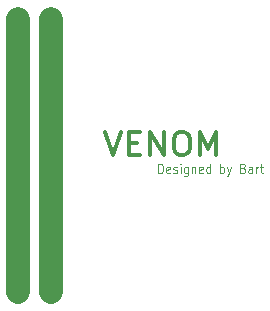
<source format=gbr>
G04 #@! TF.GenerationSoftware,KiCad,Pcbnew,5.1.4-1.fc30*
G04 #@! TF.CreationDate,2020-03-31T08:03:49+02:00*
G04 #@! TF.ProjectId,base,62617365-2e6b-4696-9361-645f70636258,rev?*
G04 #@! TF.SameCoordinates,Original*
G04 #@! TF.FileFunction,Paste,Top*
G04 #@! TF.FilePolarity,Positive*
%FSLAX46Y46*%
G04 Gerber Fmt 4.6, Leading zero omitted, Abs format (unit mm)*
G04 Created by KiCad (PCBNEW 5.1.4-1.fc30) date 2020-03-31 08:03:49*
%MOMM*%
%LPD*%
G04 APERTURE LIST*
%ADD10C,2.000000*%
%ADD11C,0.300000*%
%ADD12C,0.125000*%
G04 APERTURE END LIST*
D10*
X211328000Y-112014000D02*
X211328000Y-135128000D01*
X208534000Y-112014000D02*
X208534000Y-135128000D01*
D11*
X215916476Y-121586761D02*
X216583142Y-123586761D01*
X217249809Y-121586761D01*
X217916476Y-122539142D02*
X218583142Y-122539142D01*
X218868857Y-123586761D02*
X217916476Y-123586761D01*
X217916476Y-121586761D01*
X218868857Y-121586761D01*
X219726000Y-123586761D02*
X219726000Y-121586761D01*
X220868857Y-123586761D01*
X220868857Y-121586761D01*
X222202190Y-121586761D02*
X222583142Y-121586761D01*
X222773619Y-121682000D01*
X222964095Y-121872476D01*
X223059333Y-122253428D01*
X223059333Y-122920095D01*
X222964095Y-123301047D01*
X222773619Y-123491523D01*
X222583142Y-123586761D01*
X222202190Y-123586761D01*
X222011714Y-123491523D01*
X221821238Y-123301047D01*
X221726000Y-122920095D01*
X221726000Y-122253428D01*
X221821238Y-121872476D01*
X222011714Y-121682000D01*
X222202190Y-121586761D01*
X223916476Y-123586761D02*
X223916476Y-121586761D01*
X224583142Y-123015333D01*
X225249809Y-121586761D01*
X225249809Y-123586761D01*
D12*
X220406666Y-125075904D02*
X220406666Y-124275904D01*
X220573333Y-124275904D01*
X220673333Y-124314000D01*
X220740000Y-124390190D01*
X220773333Y-124466380D01*
X220806666Y-124618761D01*
X220806666Y-124733047D01*
X220773333Y-124885428D01*
X220740000Y-124961619D01*
X220673333Y-125037809D01*
X220573333Y-125075904D01*
X220406666Y-125075904D01*
X221373333Y-125037809D02*
X221306666Y-125075904D01*
X221173333Y-125075904D01*
X221106666Y-125037809D01*
X221073333Y-124961619D01*
X221073333Y-124656857D01*
X221106666Y-124580666D01*
X221173333Y-124542571D01*
X221306666Y-124542571D01*
X221373333Y-124580666D01*
X221406666Y-124656857D01*
X221406666Y-124733047D01*
X221073333Y-124809238D01*
X221673333Y-125037809D02*
X221740000Y-125075904D01*
X221873333Y-125075904D01*
X221940000Y-125037809D01*
X221973333Y-124961619D01*
X221973333Y-124923523D01*
X221940000Y-124847333D01*
X221873333Y-124809238D01*
X221773333Y-124809238D01*
X221706666Y-124771142D01*
X221673333Y-124694952D01*
X221673333Y-124656857D01*
X221706666Y-124580666D01*
X221773333Y-124542571D01*
X221873333Y-124542571D01*
X221940000Y-124580666D01*
X222273333Y-125075904D02*
X222273333Y-124542571D01*
X222273333Y-124275904D02*
X222240000Y-124314000D01*
X222273333Y-124352095D01*
X222306666Y-124314000D01*
X222273333Y-124275904D01*
X222273333Y-124352095D01*
X222906666Y-124542571D02*
X222906666Y-125190190D01*
X222873333Y-125266380D01*
X222840000Y-125304476D01*
X222773333Y-125342571D01*
X222673333Y-125342571D01*
X222606666Y-125304476D01*
X222906666Y-125037809D02*
X222840000Y-125075904D01*
X222706666Y-125075904D01*
X222640000Y-125037809D01*
X222606666Y-124999714D01*
X222573333Y-124923523D01*
X222573333Y-124694952D01*
X222606666Y-124618761D01*
X222640000Y-124580666D01*
X222706666Y-124542571D01*
X222840000Y-124542571D01*
X222906666Y-124580666D01*
X223240000Y-124542571D02*
X223240000Y-125075904D01*
X223240000Y-124618761D02*
X223273333Y-124580666D01*
X223340000Y-124542571D01*
X223440000Y-124542571D01*
X223506666Y-124580666D01*
X223540000Y-124656857D01*
X223540000Y-125075904D01*
X224140000Y-125037809D02*
X224073333Y-125075904D01*
X223940000Y-125075904D01*
X223873333Y-125037809D01*
X223840000Y-124961619D01*
X223840000Y-124656857D01*
X223873333Y-124580666D01*
X223940000Y-124542571D01*
X224073333Y-124542571D01*
X224140000Y-124580666D01*
X224173333Y-124656857D01*
X224173333Y-124733047D01*
X223840000Y-124809238D01*
X224773333Y-125075904D02*
X224773333Y-124275904D01*
X224773333Y-125037809D02*
X224706666Y-125075904D01*
X224573333Y-125075904D01*
X224506666Y-125037809D01*
X224473333Y-124999714D01*
X224440000Y-124923523D01*
X224440000Y-124694952D01*
X224473333Y-124618761D01*
X224506666Y-124580666D01*
X224573333Y-124542571D01*
X224706666Y-124542571D01*
X224773333Y-124580666D01*
X225640000Y-125075904D02*
X225640000Y-124275904D01*
X225640000Y-124580666D02*
X225706666Y-124542571D01*
X225840000Y-124542571D01*
X225906666Y-124580666D01*
X225940000Y-124618761D01*
X225973333Y-124694952D01*
X225973333Y-124923523D01*
X225940000Y-124999714D01*
X225906666Y-125037809D01*
X225840000Y-125075904D01*
X225706666Y-125075904D01*
X225640000Y-125037809D01*
X226206666Y-124542571D02*
X226373333Y-125075904D01*
X226540000Y-124542571D02*
X226373333Y-125075904D01*
X226306666Y-125266380D01*
X226273333Y-125304476D01*
X226206666Y-125342571D01*
X227573333Y-124656857D02*
X227673333Y-124694952D01*
X227706666Y-124733047D01*
X227740000Y-124809238D01*
X227740000Y-124923523D01*
X227706666Y-124999714D01*
X227673333Y-125037809D01*
X227606666Y-125075904D01*
X227340000Y-125075904D01*
X227340000Y-124275904D01*
X227573333Y-124275904D01*
X227640000Y-124314000D01*
X227673333Y-124352095D01*
X227706666Y-124428285D01*
X227706666Y-124504476D01*
X227673333Y-124580666D01*
X227640000Y-124618761D01*
X227573333Y-124656857D01*
X227340000Y-124656857D01*
X228340000Y-125075904D02*
X228340000Y-124656857D01*
X228306666Y-124580666D01*
X228240000Y-124542571D01*
X228106666Y-124542571D01*
X228040000Y-124580666D01*
X228340000Y-125037809D02*
X228273333Y-125075904D01*
X228106666Y-125075904D01*
X228040000Y-125037809D01*
X228006666Y-124961619D01*
X228006666Y-124885428D01*
X228040000Y-124809238D01*
X228106666Y-124771142D01*
X228273333Y-124771142D01*
X228340000Y-124733047D01*
X228673333Y-125075904D02*
X228673333Y-124542571D01*
X228673333Y-124694952D02*
X228706666Y-124618761D01*
X228740000Y-124580666D01*
X228806666Y-124542571D01*
X228873333Y-124542571D01*
X229006666Y-124542571D02*
X229273333Y-124542571D01*
X229106666Y-124275904D02*
X229106666Y-124961619D01*
X229140000Y-125037809D01*
X229206666Y-125075904D01*
X229273333Y-125075904D01*
M02*

</source>
